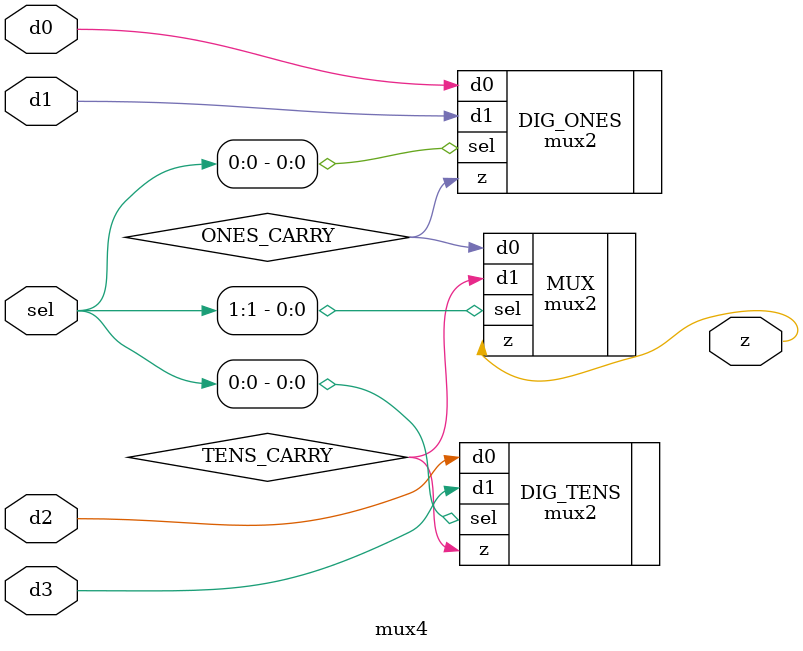
<source format=sv>
module mux4 (
    input logic d0,          // Data input 0
    input logic d1,          // Data input 1
    input logic d2,          // Data input 2
    input logic d3,          // Data input 3
    input logic [1:0] sel,   // Select input
    output logic z           // Output
);

// Put your code here
// ------------------


logic ONES_CARRY;
logic TENS_CARRY;

mux2 DIG_ONES (.d0(d0),.d1(d1),.sel(sel[0]),.z(ONES_CARRY));
mux2 DIG_TENS (.d0(d2),.d1(d3),.sel(sel[0]),.z(TENS_CARRY));
mux2 MUX (.d0(ONES_CARRY),.d1(TENS_CARRY),.sel(sel[1]),.z(z));

// End of your code

endmodule

</source>
